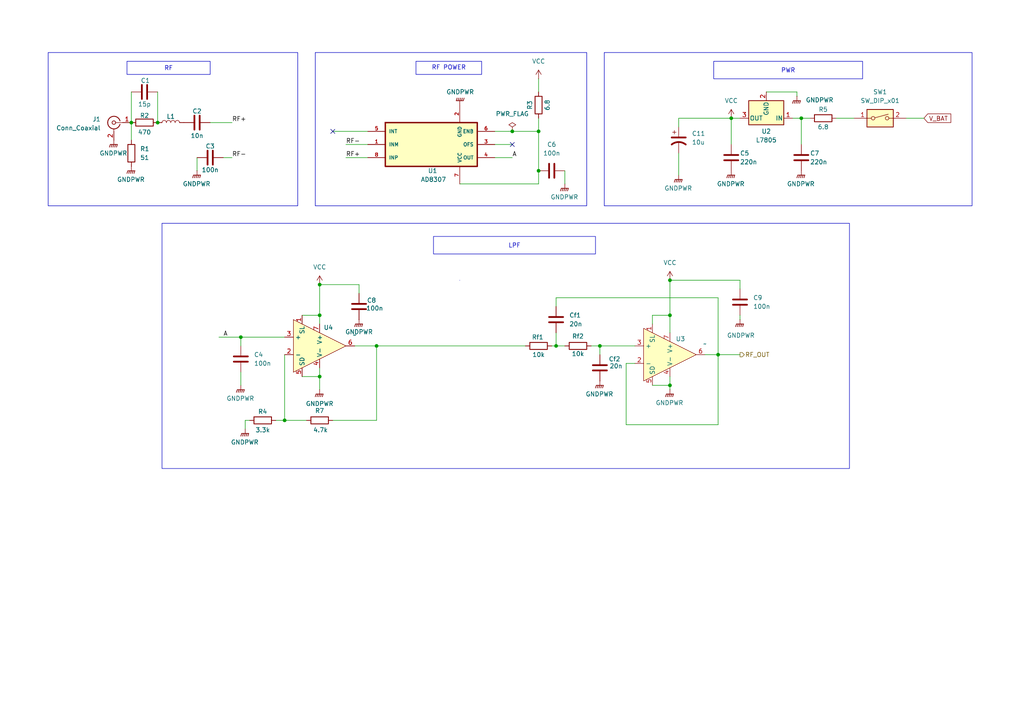
<source format=kicad_sch>
(kicad_sch (version 20231120) (generator "eeschema") (generator_version "8.0")
  (paper "A4")
  (lib_symbols
    (symbol "AD8307:AD8307" (pin_names (offset 1.016))
      (property "Reference" "U1" (at 0.254 16.51 0))
      (property "Value" "AD8307" (at 0 19.05 0))
      (symbol "AD8307_0_0"
        (rectangle (start -12.7 15.24) (end 13.97 2.54) (stroke (width 0.41)) (fill (type background)))
      )
      (symbol "AD8307_1_0"
        (pin input line (at 19.05 8.89 180) (length 5.08) (name "INM") (number "1"))
        (pin power_in line (at -7.62 -2.54 90) (length 5.08) (name "GND") (number "2"))
        (pin input line (at -17.78 8.89 0) (length 5.08) (name "OFS") (number "3"))
        (pin output line (at -17.78 12.7 0) (length 5.08) (name "OUT") (number "4"))
        (pin input line (at 19.05 5.08 180) (length 5.08) (name "INT") (number "5"))
        (pin input line (at -17.78 5.08 0) (length 5.08) (name "ENB") (number "6"))
        (pin power_in line (at -7.62 20.32 270) (length 5.08) (name "VCC") (number "7"))
        (pin input line (at 19.05 12.7 180) (length 5.08) (name "INP") (number "8"))
      )
    )
    (symbol "Connector:Conn_Coaxial" (pin_names (offset 1.016) hide)
      (property "Reference" "J" (at 0.254 3.048 0))
      (property "Value" "Conn_Coaxial" (at 2.921 0 90))
      (symbol "Conn_Coaxial_0_1"
        (arc (start -1.778 -0.508) (mid 0.2311 -1.8066) (end 1.778 0) (stroke (width 0.254)))
        (polyline (pts (xy -2.54 0) (xy -0.508 0)))
        (polyline (pts (xy 0 -2.54) (xy 0 -1.778)))
        (circle (center 0 0) (radius 0.508) (stroke (width 0.2032)))
        (arc (start 1.778 0) (mid 0.2099 1.8101) (end -1.778 0.508) (stroke (width 0.254)))
      )
      (symbol "Conn_Coaxial_1_1"
        (pin passive line (at -5.08 0 0) (length 2.54) (name "In") (number "1"))
        (pin passive line (at 0 -5.08 90) (length 2.54) (name "Ext") (number "2"))
      )
    )
    (symbol "Device:C" (pin_numbers hide) (pin_names (offset 0.254))
      (property "Reference" "C" (at 0.635 2.54 0))
      (property "Value" "C" (at 0.635 -2.54 0))
      (symbol "C_0_1"
        (polyline (pts (xy -2.032 -0.762) (xy 2.032 -0.762)) (stroke (width 0.508)))
        (polyline (pts (xy -2.032 0.762) (xy 2.032 0.762)) (stroke (width 0.508)))
      )
      (symbol "C_1_1"
        (pin passive line (at 0 3.81 270) (length 2.794) (name "~") (number "1"))
        (pin passive line (at 0 -3.81 90) (length 2.794) (name "~") (number "2"))
      )
    )
    (symbol "Device:C_Polarized_US" (pin_numbers hide) (pin_names (offset 0.254) hide)
      (property "Reference" "C" (at 0.635 2.54 0))
      (property "Value" "C_Polarized_US" (at 0.635 -2.54 0))
      (symbol "C_Polarized_US_0_1"
        (polyline (pts (xy -2.032 0.762) (xy 2.032 0.762)) (stroke (width 0.508)))
        (polyline (pts (xy -1.778 2.286) (xy -0.762 2.286)))
        (polyline (pts (xy -1.27 1.778) (xy -1.27 2.794)))
        (arc (start 2.032 -1.27) (mid 0 -0.5572) (end -2.032 -1.27) (stroke (width 0.508)))
      )
      (symbol "C_Polarized_US_1_1"
        (pin passive line (at 0 3.81 270) (length 2.794) (name "~") (number "1"))
        (pin passive line (at 0 -3.81 90) (length 3.302) (name "~") (number "2"))
      )
    )
    (symbol "Device:L" (pin_numbers hide) (pin_names (offset 1.016) hide)
      (property "Reference" "L" (at -1.27 0 90))
      (property "Value" "L" (at 1.905 0 90))
      (symbol "L_0_1"
        (arc (start 0 -2.54) (mid 0.6323 -1.905) (end 0 -1.27))
        (arc (start 0 -1.27) (mid 0.6323 -0.635) (end 0 0))
        (arc (start 0 0) (mid 0.6323 0.635) (end 0 1.27))
        (arc (start 0 1.27) (mid 0.6323 1.905) (end 0 2.54))
      )
      (symbol "L_1_1"
        (pin passive line (at 0 3.81 270) (length 1.27) (name "1") (number "1"))
        (pin passive line (at 0 -3.81 90) (length 1.27) (name "2") (number "2"))
      )
    )
    (symbol "Device:R" (pin_numbers hide) (pin_names (offset 0))
      (property "Reference" "R" (at 2.032 0 90))
      (property "Value" "R" (at 0 0 90))
      (symbol "R_0_1"
        (rectangle (start -1.016 -2.54) (end 1.016 2.54) (stroke (width 0.254)))
      )
      (symbol "R_1_1"
        (pin passive line (at 0 3.81 270) (length 1.27) (name "~") (number "1"))
        (pin passive line (at 0 -3.81 90) (length 1.27) (name "~") (number "2"))
      )
    )
    (symbol "LMC8101:LMC8101"
      (property "Reference" "U" (at -2.794 -7.62 0))
      (symbol "LMC8101_1_1"
        (polyline (pts (xy 0 0) (xy 0 -15.24) (xy 15.24 -7.62) (xy 0 0)) (fill (type background)))
        (pin bidirectional line (at 2.54 1.27 270) (length 2.54) (name "SL") (number "1"))
        (pin input line (at -2.54 -10.16 0) (length 2.54) (name "-") (number "2"))
        (pin input line (at -2.54 -5.08 0) (length 2.54) (name "+") (number "3"))
        (pin power_in line (at 7.62 -13.97 90) (length 2.54) (name "V-") (number "4"))
        (pin bidirectional line (at 2.54 -16.51 90) (length 2.54) (name "SD") (number "5"))
        (pin output line (at 17.78 -7.62 180) (length 2.54) (name "") (number "6"))
        (pin power_in line (at 7.62 -1.27 270) (length 2.54) (name "V+") (number "7"))
      )
    )
    (symbol "LMC8101_1"
      (property "Reference" "U" (at -2.794 -7.62 0))
      (symbol "LMC8101_1_1_1"
        (polyline (pts (xy 0 0) (xy 0 -15.24) (xy 15.24 -7.62) (xy 0 0)) (fill (type background)))
        (pin bidirectional line (at 2.54 1.27 270) (length 2.54) (name "SL") (number "1"))
        (pin input line (at -2.54 -10.16 0) (length 2.54) (name "-") (number "2"))
        (pin input line (at -2.54 -5.08 0) (length 2.54) (name "+") (number "3"))
        (pin power_in line (at 7.62 -13.97 90) (length 2.54) (name "V-") (number "4"))
        (pin bidirectional line (at 2.54 -16.51 90) (length 2.54) (name "SD") (number "5"))
        (pin output line (at 17.78 -7.62 180) (length 2.54) (name "") (number "6"))
        (pin power_in line (at 7.62 -1.27 270) (length 2.54) (name "V+") (number "7"))
      )
    )
    (symbol "Regulator_Linear:L7805" (pin_names (offset 0.254))
      (property "Reference" "U" (at -3.81 3.175 0))
      (property "Value" "L7805" (at 0 3.175 0))
      (symbol "L7805_0_1"
        (rectangle (start -5.08 1.905) (end 5.08 -5.08) (stroke (width 0.254)) (fill (type background)))
      )
      (symbol "L7805_1_1"
        (pin power_in line (at -7.62 0 0) (length 2.54) (name "IN") (number "1"))
        (pin power_in line (at 0 -7.62 90) (length 2.54) (name "GND") (number "2"))
        (pin power_out line (at 7.62 0 180) (length 2.54) (name "OUT") (number "3"))
      )
    )
    (symbol "Switch:SW_DIP_x01" (pin_names (offset 0) hide)
      (property "Reference" "SW" (at 0 3.81 0))
      (property "Value" "SW_DIP_x01" (at 0 -3.81 0))
      (symbol "SW_DIP_x01_0_0"
        (circle (center -2.032 0) (radius 0.508))
        (polyline (pts (xy -1.524 0.127) (xy 2.3622 1.1684)))
        (circle (center 2.032 0) (radius 0.508))
      )
      (symbol "SW_DIP_x01_0_1"
        (rectangle (start -3.81 2.54) (end 3.81 -2.54) (stroke (width 0.254)) (fill (type background)))
      )
      (symbol "SW_DIP_x01_1_1"
        (pin passive line (at -7.62 0 0) (length 5.08) (name "~") (number "1"))
        (pin passive line (at 7.62 0 180) (length 5.08) (name "~") (number "2"))
      )
    )
    (symbol "power:GNDPWR" (power) (pin_numbers hide) (pin_names (offset 0) hide)
      (property "Value" "GNDPWR" (at 0 -3.302 0))
      (symbol "GNDPWR_0_1"
        (polyline (pts (xy 0 -1.27) (xy 0 0)))
        (polyline (pts (xy -1.016 -1.27) (xy -1.27 -2.032) (xy -1.27 -2.032)) (stroke (width 0.2032)))
        (polyline (pts (xy -0.508 -1.27) (xy -0.762 -2.032) (xy -0.762 -2.032)) (stroke (width 0.2032)))
        (polyline (pts (xy 0 -1.27) (xy -0.254 -2.032) (xy -0.254 -2.032)) (stroke (width 0.2032)))
        (polyline (pts (xy 0.508 -1.27) (xy 0.254 -2.032) (xy 0.254 -2.032)) (stroke (width 0.2032)))
        (polyline (pts (xy 1.016 -1.27) (xy -1.016 -1.27) (xy -1.016 -1.27)) (stroke (width 0.2032)))
        (polyline (pts (xy 1.016 -1.27) (xy 0.762 -2.032) (xy 0.762 -2.032) (xy 0.762 -2.032)) (stroke (width 0.2032)))
      )
      (symbol "GNDPWR_1_1"
        (pin power_in line (at 0 0 270) (length 0) (name "~") (number "1"))
      )
    )
    (symbol "power:PWR_FLAG" (power) (pin_numbers hide) (pin_names (offset 0) hide)
      (property "Value" "PWR_FLAG" (at 0 3.81 0))
      (symbol "PWR_FLAG_0_0"
        (pin power_out line (at 0 0 90) (length 0) (name "~") (number "1"))
      )
      (symbol "PWR_FLAG_0_1"
        (polyline (pts (xy 0 0) (xy 0 1.27) (xy -1.016 1.905) (xy 0 2.54) (xy 1.016 1.905) (xy 0 1.27)))
      )
    )
    (symbol "power:VCC" (power) (pin_numbers hide) (pin_names (offset 0) hide)
      (property "Value" "VCC" (at 0 3.556 0))
      (symbol "VCC_0_1"
        (polyline (pts (xy -0.762 1.27) (xy 0 2.54)))
        (polyline (pts (xy 0 0) (xy 0 2.54)))
        (polyline (pts (xy 0 2.54) (xy 0.762 1.27)))
      )
      (symbol "VCC_1_1"
        (pin power_in line (at 0 0 90) (length 0) (name "~") (number "1"))
      )
    )
  )
  (junction (at 212.09 34.29))
  (junction (at 156.21 38.1))
  (junction (at 109.22 100.33))
  (junction (at 194.31 91.44))
  (junction (at 82.55 121.92))
  (junction (at 156.21 49.53))
  (junction (at 173.99 100.33))
  (junction (at 38.1 35.56))
  (junction (at 208.28 102.87))
  (junction (at 148.59 38.1))
  (junction (at 232.41 34.29))
  (junction (at 92.71 91.44))
  (junction (at 69.85 97.79))
  (junction (at 161.29 100.33))
  (junction (at 92.71 109.22))
  (junction (at 45.72 35.56))
  (junction (at 194.31 81.28))
  (junction (at 92.71 82.55))
  (junction (at 194.31 111.76))
  (no_connect (at 148.59 41.91))
  (no_connect (at 96.52 38.1))
  (wire (pts (xy 92.71 82.55) (xy 104.14 82.55)))
  (wire (pts (xy 212.09 34.29) (xy 212.09 41.91)))
  (wire (pts (xy 262.89 34.29) (xy 267.97 34.29)))
  (wire (pts (xy 156.21 22.86) (xy 156.21 26.67)))
  (wire (pts (xy 194.31 81.28) (xy 194.31 91.44)))
  (wire (pts (xy 189.23 93.98) (xy 189.23 91.44)))
  (wire (pts (xy 214.63 81.28) (xy 214.63 83.82)))
  (wire (pts (xy 231.14 26.67) (xy 231.14 27.94)))
  (wire (pts (xy 71.12 121.92) (xy 71.12 124.46)))
  (wire (pts (xy 156.21 34.29) (xy 156.21 38.1)))
  (wire (pts (xy 82.55 102.87) (xy 82.55 121.92)))
  (wire (pts (xy 208.28 102.87) (xy 214.63 102.87)))
  (wire (pts (xy 212.09 34.29) (xy 214.63 34.29)))
  (wire (pts (xy 38.1 26.67) (xy 38.1 35.56)))
  (wire (pts (xy 163.83 49.53) (xy 163.83 53.34)))
  (wire (pts (xy 69.85 97.79) (xy 82.55 97.79)))
  (wire (pts (xy 57.15 45.72) (xy 57.15 49.53)))
  (wire (pts (xy 173.99 100.33) (xy 173.99 102.87)))
  (wire (pts (xy 189.23 111.76) (xy 194.31 111.76)))
  (wire (pts (xy 102.87 100.33) (xy 109.22 100.33)))
  (wire (pts (xy 100.33 41.91) (xy 106.68 41.91)))
  (wire (pts (xy 181.61 105.41) (xy 184.15 105.41)))
  (wire (pts (xy 72.39 121.92) (xy 71.12 121.92)))
  (wire (pts (xy 133.35 53.34) (xy 156.21 53.34)))
  (wire (pts (xy 194.31 109.22) (xy 194.31 111.76)))
  (wire (pts (xy 161.29 86.36) (xy 208.28 86.36)))
  (wire (pts (xy 161.29 96.52) (xy 161.29 100.33)))
  (wire (pts (xy 181.61 123.19) (xy 208.28 123.19)))
  (wire (pts (xy 96.52 38.1) (xy 106.68 38.1)))
  (wire (pts (xy 143.51 45.72) (xy 148.59 45.72)))
  (wire (pts (xy 148.59 38.1) (xy 156.21 38.1)))
  (wire (pts (xy 92.71 106.68) (xy 92.71 109.22)))
  (wire (pts (xy 222.25 26.67) (xy 231.14 26.67)))
  (wire (pts (xy 87.63 91.44) (xy 92.71 91.44)))
  (wire (pts (xy 109.22 100.33) (xy 109.22 121.92)))
  (wire (pts (xy 171.45 100.33) (xy 173.99 100.33)))
  (wire (pts (xy 196.85 34.29) (xy 196.85 36.83)))
  (wire (pts (xy 92.71 82.55) (xy 92.71 91.44)))
  (wire (pts (xy 109.22 100.33) (xy 152.4 100.33)))
  (wire (pts (xy 181.61 123.19) (xy 181.61 105.41)))
  (wire (pts (xy 160.02 100.33) (xy 161.29 100.33)))
  (wire (pts (xy 82.55 121.92) (xy 88.9 121.92)))
  (wire (pts (xy 196.85 44.45) (xy 196.85 50.8)))
  (wire (pts (xy 45.72 26.67) (xy 45.72 35.56)))
  (wire (pts (xy 96.52 121.92) (xy 109.22 121.92)))
  (wire (pts (xy 63.5 97.79) (xy 69.85 97.79)))
  (wire (pts (xy 92.71 91.44) (xy 92.71 93.98)))
  (wire (pts (xy 100.33 45.72) (xy 106.68 45.72)))
  (wire (pts (xy 143.51 41.91) (xy 148.59 41.91)))
  (wire (pts (xy 161.29 88.9) (xy 161.29 86.36)))
  (wire (pts (xy 60.96 35.56) (xy 67.31 35.56)))
  (wire (pts (xy 194.31 111.76) (xy 194.31 113.03)))
  (wire (pts (xy 242.57 34.29) (xy 247.65 34.29)))
  (wire (pts (xy 38.1 35.56) (xy 38.1 40.64)))
  (wire (pts (xy 208.28 86.36) (xy 208.28 102.87)))
  (wire (pts (xy 173.99 100.33) (xy 184.15 100.33)))
  (wire (pts (xy 212.09 34.29) (xy 196.85 34.29)))
  (wire (pts (xy 104.14 82.55) (xy 104.14 85.09)))
  (wire (pts (xy 161.29 100.33) (xy 163.83 100.33)))
  (wire (pts (xy 232.41 34.29) (xy 232.41 41.91)))
  (wire (pts (xy 67.31 45.72) (xy 64.77 45.72)))
  (wire (pts (xy 229.87 34.29) (xy 232.41 34.29)))
  (wire (pts (xy 143.51 38.1) (xy 148.59 38.1)))
  (wire (pts (xy 194.31 91.44) (xy 194.31 96.52)))
  (wire (pts (xy 87.63 109.22) (xy 92.71 109.22)))
  (wire (pts (xy 214.63 91.44) (xy 214.63 92.71)))
  (wire (pts (xy 194.31 81.28) (xy 214.63 81.28)))
  (wire (pts (xy 69.85 107.95) (xy 69.85 111.76)))
  (wire (pts (xy 156.21 49.53) (xy 156.21 53.34)))
  (wire (pts (xy 80.01 121.92) (xy 82.55 121.92)))
  (wire (pts (xy 208.28 102.87) (xy 208.28 123.19)))
  (wire (pts (xy 232.41 34.29) (xy 234.95 34.29)))
  (wire (pts (xy 92.71 109.22) (xy 92.71 113.03)))
  (wire (pts (xy 204.47 102.87) (xy 208.28 102.87)))
  (wire (pts (xy 156.21 38.1) (xy 156.21 49.53)))
  (wire (pts (xy 189.23 91.44) (xy 194.31 91.44)))
  (wire (pts (xy 69.85 97.79) (xy 69.85 100.33)))
  (rectangle (start 91.44 15.24) (end 170.18 59.69))
  (rectangle (start 175.26 15.24) (end 281.94 59.69))
  (rectangle (start 46.99 64.77) (end 246.38 135.89))
  (rectangle (start 13.97 15.24) (end 86.36 59.69))
  (text_box "RF" (at 36.83 17.78 0) (size 24.13 3.81) (effects (font (size 1.27 1.27))))
  (text_box "" (at 133.35 81.28 0) (size 0 0) (effects (font (size 1.27 1.27))))
  (text_box "PWR\n" (at 207.01 17.78 0) (size 43.18 5.08) (effects (font (size 1.27 1.27))))
  (text_box "RF POWER" (at 120.65 17.78 0) (size 19.05 3.81) (effects (font (size 1.27 1.27)) (justify top)))
  (text_box "LPF\n" (at 125.73 68.58 0) (size 46.99 5.08) (effects (font (size 1.27 1.27))))
  (label "A" (at 64.77 97.79 0))
  (label "RF+" (at 67.31 35.56 0))
  (label "RF+" (at 100.33 45.72 0))
  (label "A" (at 148.59 45.72 0))
  (label "RF-" (at 67.31 45.72 0))
  (label "RF-" (at 100.33 41.91 0))
  (global_label "V_BAT" (shape input) (at 267.97 34.29 0) (property "Intersheetrefs" "${INTERSHEET_REFS}" (effects (hide yes))))
  (hierarchical_label "RF_OUT" (shape output) (at 214.63 102.87 0))
  (symbol (lib_id "power:GNDPWR") (at 212.09 49.53 0) (unit 1)
    (property "Reference" "#PWR06" (effects (hide yes)))
    (property "Value" "GNDPWR" (at 211.963 53.34 0))
    (property "Description" "Power symbol creates a global label with name \"GNDPWR\" , global ground" (effects (hide yes)))
  )
  (symbol (lib_id "power:VCC") (at 156.21 22.86 0) (unit 1)
    (property "Reference" "#PWR05" (effects (hide yes)))
    (property "Value" "VCC" (at 156.21 17.78 0))
    (property "Description" "Power symbol creates a global label with name \"VCC\"" (effects (hide yes)))
  )
  (symbol (lib_id "power:GNDPWR") (at 194.31 113.03 0) (unit 1)
    (property "Reference" "#PWR022" (effects (hide yes)))
    (property "Value" "GNDPWR" (at 194.183 116.84 0))
    (property "Description" "Power symbol creates a global label with name \"GNDPWR\" , global ground" (effects (hide yes)))
  )
  (symbol (lib_id "Device:C") (at 232.41 45.72 0) (unit 1)
    (property "Reference" "C7" (at 234.95 44.45 0) (effects (justify left)))
    (property "Value" "220n" (at 234.95 46.99 0) (effects (justify left)))
    (property "Footprint" "Capacitor_SMD:C_1206_3216Metric_Pad1.33x1.80mm_HandSolder" (effects (hide yes)))
    (property "Description" "Unpolarized capacitor" (effects (hide yes)))
  )
  (symbol (lib_id "Switch:SW_DIP_x01") (at 255.27 34.29 0) (unit 1)
    (property "Reference" "SW1" (at 255.27 26.67 0))
    (property "Value" "SW_DIP_x01" (at 255.27 29.21 0))
    (property "Footprint" "Connector_PinSocket_2.54mm:PinSocket_1x02_P2.54mm_Vertical" (effects (hide yes)))
    (property "Description" "1x DIP Switch, Single Pole Single Throw (SPST) switch, small symbol" (effects (hide yes)))
  )
  (symbol (lib_id "Device:C") (at 173.99 106.68 0) (unit 1)
    (property "Reference" "Cf2" (at 176.53 104.14 0) (effects (justify left)))
    (property "Value" "20n" (at 176.784 106.172 0) (effects (justify left)))
    (property "Footprint" "Capacitor_SMD:C_1206_3216Metric_Pad1.33x1.80mm_HandSolder" (effects (hide yes)))
    (property "Description" "Unpolarized capacitor" (effects (hide yes)))
  )
  (symbol (lib_id "Device:C") (at 60.96 45.72 90) (unit 1)
    (property "Reference" "C3" (at 60.96 42.418 90))
    (property "Value" "100n" (at 60.96 49.276 90))
    (property "Footprint" "Capacitor_SMD:C_1206_3216Metric_Pad1.33x1.80mm_HandSolder" (effects (hide yes)))
    (property "Description" "Unpolarized capacitor" (effects (hide yes)))
  )
  (symbol (lib_id "Device:R") (at 238.76 34.29 90) (unit 1)
    (property "Reference" "R5" (at 238.76 31.75 90))
    (property "Value" "6.8" (at 238.76 36.83 90))
    (property "Footprint" "Resistor_SMD:R_1206_3216Metric_Pad1.30x1.75mm_HandSolder" (effects (hide yes)))
    (property "Description" "Resistor" (effects (hide yes)))
  )
  (symbol (lib_id "power:VCC") (at 194.31 81.28 0) (unit 1)
    (property "Reference" "#PWR021" (effects (hide yes)))
    (property "Value" "VCC" (at 194.31 76.2 0))
    (property "Description" "Power symbol creates a global label with name \"VCC\"" (effects (hide yes)))
  )
  (symbol (lib_id "LMC8101:LMC8101") (at 85.09 92.71 0) (unit 1)
    (property "Reference" "U4" (at 95.25 94.996 0))
    (property "Value" "~" (at 102.87 97.1865 0))
    (property "Footprint" "Package_SO:MSOP-8_3x3mm_P0.65mm" (effects (hide yes)))
  )
  (symbol (lib_id "power:GNDPWR") (at 196.85 50.8 0) (unit 1)
    (property "Reference" "#PWR012" (effects (hide yes)))
    (property "Value" "GNDPWR" (at 196.723 54.61 0))
    (property "Description" "Power symbol creates a global label with name \"GNDPWR\" , global ground" (effects (hide yes)))
  )
  (symbol (lib_id "Device:C") (at 57.15 35.56 90) (unit 1)
    (property "Reference" "C2" (at 57.15 32.258 90))
    (property "Value" "10n" (at 57.15 39.37 90))
    (property "Footprint" "Capacitor_SMD:C_1206_3216Metric_Pad1.33x1.80mm_HandSolder" (effects (hide yes)))
    (property "Description" "Unpolarized capacitor" (effects (hide yes)))
  )
  (symbol (lib_id "power:VCC") (at 212.09 34.29 0) (unit 1)
    (property "Reference" "#PWR018" (effects (hide yes)))
    (property "Value" "VCC" (at 212.09 29.21 0))
    (property "Description" "Power symbol creates a global label with name \"VCC\"" (effects (hide yes)))
  )
  (symbol (lib_id "Connector:Conn_Coaxial") (at 33.02 35.56 0) (mirror y) (unit 1)
    (property "Reference" "J1" (at 29.21 34.5831 0) (effects (justify left)))
    (property "Value" "Conn_Coaxial" (at 29.21 37.1231 0) (effects (justify left)))
    (property "Footprint" "Connector_Coaxial:SMA_Amphenol_901-143_Horizontal" (effects (hide yes)))
    (property "Description" "coaxial connector (BNC, SMA, SMB, SMC, Cinch/RCA, LEMO, ...)" (effects (hide yes)))
  )
  (symbol (lib_id "Device:C") (at 161.29 92.71 0) (unit 1)
    (property "Reference" "Cf1" (at 165.1 91.4399 0) (effects (justify left)))
    (property "Value" "20n" (at 165.1 93.9799 0) (effects (justify left)))
    (property "Footprint" "Capacitor_SMD:C_1206_3216Metric_Pad1.33x1.80mm_HandSolder" (effects (hide yes)))
    (property "Description" "Unpolarized capacitor" (effects (hide yes)))
  )
  (symbol (lib_id "power:GNDPWR") (at 104.14 92.71 0) (unit 1)
    (property "Reference" "#PWR014" (effects (hide yes)))
    (property "Value" "GNDPWR" (at 104.14 96.266 0))
    (property "Description" "Power symbol creates a global label with name \"GNDPWR\" , global ground" (effects (hide yes)))
  )
  (symbol (lib_id "Device:R") (at 92.71 121.92 270) (unit 1)
    (property "Reference" "R7" (at 92.71 119.126 90))
    (property "Value" "4.7k" (at 92.964 124.714 90))
    (property "Footprint" "Resistor_SMD:R_1206_3216Metric_Pad1.30x1.75mm_HandSolder" (effects (hide yes)))
    (property "Description" "Resistor" (effects (hide yes)))
  )
  (symbol (lib_id "Device:C") (at 212.09 45.72 0) (unit 1)
    (property "Reference" "C5" (at 214.63 44.45 0) (effects (justify left)))
    (property "Value" "220n" (at 214.63 46.99 0) (effects (justify left)))
    (property "Footprint" "Capacitor_SMD:C_1206_3216Metric_Pad1.33x1.80mm_HandSolder" (effects (hide yes)))
    (property "Description" "Unpolarized capacitor" (effects (hide yes)))
  )
  (symbol (lib_id "Device:R") (at 167.64 100.33 90) (unit 1)
    (property "Reference" "Rf2" (at 167.64 97.536 90))
    (property "Value" "10k" (at 167.64 102.616 90))
    (property "Footprint" "Resistor_SMD:R_1206_3216Metric_Pad1.30x1.75mm_HandSolder" (effects (hide yes)))
    (property "Description" "Resistor" (effects (hide yes)))
  )
  (symbol (lib_id "Device:C_Polarized_US") (at 196.85 40.64 0) (unit 1)
    (property "Reference" "C11" (at 200.66 38.7349 0) (effects (justify left)))
    (property "Value" "10u" (at 200.66 41.2749 0) (effects (justify left)))
    (property "Footprint" "Capacitor_SMD:CP_Elec_6.3x5.3" (effects (hide yes)))
    (property "Description" "Polarized capacitor, US symbol" (effects (hide yes)))
  )
  (symbol (lib_id "Regulator_Linear:L7805") (at 222.25 34.29 180) (unit 1)
    (property "Reference" "U2" (at 222.25 38.1 0))
    (property "Value" "L7805" (at 222.25 40.64 0))
    (property "Footprint" "Package_TO_SOT_SMD:SOT-89-3_Handsoldering" (effects (hide yes)))
    (property "Datasheet" "http://www.st.com/content/ccc/resource/technical/document/datasheet/41/4f/b3/b0/12/d4/47/88/CD00000444.pdf/files/CD00000444.pdf/jcr:content/translations/en.CD00000444.pdf" (effects (hide yes)))
    (property "Description" "Positive 1.5A 35V Linear Regulator, Fixed Output 5V, TO-220/TO-263/TO-252" (effects (hide yes)))
  )
  (symbol (lib_id "power:GNDPWR") (at 69.85 111.76 0) (unit 1)
    (property "Reference" "#PWR024" (effects (hide yes)))
    (property "Value" "GNDPWR" (at 69.723 115.57 0))
    (property "Description" "Power symbol creates a global label with name \"GNDPWR\" , global ground" (effects (hide yes)))
  )
  (symbol (lib_id "power:GNDPWR") (at 214.63 92.71 0) (unit 1)
    (property "Reference" "#PWR023" (effects (hide yes)))
    (property "Value" "GNDPWR" (at 214.884 97.282 0))
    (property "Description" "Power symbol creates a global label with name \"GNDPWR\" , global ground" (effects (hide yes)))
  )
  (symbol (lib_id "AD8307:AD8307") (at 125.73 33.02 180) (unit 1)
    (property "Reference" "U1" (at 125.476 49.53 0))
    (property "Value" "AD8307" (at 125.73 52.07 0))
    (property "Footprint" "AD8307:SOIC127P600X175-8N" (effects (hide yes)))
    (property "MF" "Analog Devices" (effects (hide yes)))
    (property "Description_1" "\nLogarithmic Amplifier IC Receiver Signal Strength Indication (RSSI) 8-SOIC\n" (effects (hide yes)))
    (property "Package" "SOIC-8 Analog Devices" (effects (hide yes)))
    (property "Price" "None" (effects (hide yes)))
    (property "SnapEDA_Link" "https://www.snapeda.com/parts/AD8307/Analog+Devices/view-part/?ref=snap" (effects (hide yes)))
    (property "MP" "AD8307" (effects (hide yes)))
    (property "Purchase-URL" "https://www.snapeda.com/api/url_track_click_mouser/?unipart_id=559688&manufacturer=Analog Devices&part_name=AD8307&search_term=None" (effects (hide yes)))
    (property "Availability" "In Stock" (effects (hide yes)))
    (property "Check_prices" "https://www.snapeda.com/parts/AD8307/Analog+Devices/view-part/?ref=eda" (effects (hide yes)))
  )
  (symbol (lib_id "power:GNDPWR") (at 71.12 124.46 0) (unit 1)
    (property "Reference" "#PWR09" (effects (hide yes)))
    (property "Value" "GNDPWR" (at 70.993 128.27 0))
    (property "Description" "Power symbol creates a global label with name \"GNDPWR\" , global ground" (effects (hide yes)))
  )
  (symbol (lib_id "power:GNDPWR") (at 38.1 48.26 0) (unit 1)
    (property "Reference" "#PWR02" (effects (hide yes)))
    (property "Value" "GNDPWR" (at 37.973 52.07 0))
    (property "Description" "Power symbol creates a global label with name \"GNDPWR\" , global ground" (effects (hide yes)))
  )
  (symbol (lib_id "power:GNDPWR") (at 33.02 40.64 0) (unit 1)
    (property "Reference" "#PWR01" (effects (hide yes)))
    (property "Value" "GNDPWR" (at 32.893 44.45 0))
    (property "Description" "Power symbol creates a global label with name \"GNDPWR\" , global ground" (effects (hide yes)))
  )
  (symbol (lib_id "power:GNDPWR") (at 173.99 110.49 0) (unit 1)
    (property "Reference" "#PWR019" (effects (hide yes)))
    (property "Value" "GNDPWR" (at 173.863 114.3 0))
    (property "Description" "Power symbol creates a global label with name \"GNDPWR\" , global ground" (effects (hide yes)))
  )
  (symbol (lib_id "Device:L") (at 49.53 35.56 90) (unit 1)
    (property "Reference" "L1" (at 49.53 33.782 90))
    (property "Value" "L" (effects (hide yes)))
    (property "Footprint" "Inductor_SMD:L_1206_3216Metric_Pad1.42x1.75mm_HandSolder" (effects (hide yes)))
    (property "Description" "Inductor" (effects (hide yes)))
  )
  (symbol (lib_id "power:GNDPWR") (at 57.15 49.53 0) (unit 1)
    (property "Reference" "#PWR03" (effects (hide yes)))
    (property "Value" "GNDPWR" (at 57.023 53.34 0))
    (property "Description" "Power symbol creates a global label with name \"GNDPWR\" , global ground" (effects (hide yes)))
  )
  (symbol (lib_id "Device:C") (at 104.14 88.9 0) (unit 1)
    (property "Reference" "C8" (at 106.426 87.122 0) (effects (justify left)))
    (property "Value" "100n" (at 106.172 89.408 0) (effects (justify left)))
    (property "Footprint" "Capacitor_SMD:C_1206_3216Metric_Pad1.33x1.80mm_HandSolder" (effects (hide yes)))
    (property "Description" "Unpolarized capacitor" (effects (hide yes)))
  )
  (symbol (lib_id "Device:C") (at 160.02 49.53 90) (unit 1)
    (property "Reference" "C6" (at 160.02 41.91 90))
    (property "Value" "100n" (at 160.02 44.45 90))
    (property "Footprint" "Capacitor_SMD:C_1206_3216Metric_Pad1.33x1.80mm_HandSolder" (effects (hide yes)))
    (property "Description" "Unpolarized capacitor" (effects (hide yes)))
  )
  (symbol (lib_id "power:GNDPWR") (at 92.71 113.03 0) (unit 1)
    (property "Reference" "#PWR013" (effects (hide yes)))
    (property "Value" "GNDPWR" (at 92.71 117.094 0))
    (property "Description" "Power symbol creates a global label with name \"GNDPWR\" , global ground" (effects (hide yes)))
  )
  (symbol (lib_id "Device:R") (at 76.2 121.92 90) (unit 1)
    (property "Reference" "R4" (at 76.2 119.38 90))
    (property "Value" "3.3k" (at 76.2 124.714 90))
    (property "Footprint" "Resistor_SMD:R_1206_3216Metric_Pad1.30x1.75mm_HandSolder" (effects (hide yes)))
    (property "Description" "Resistor" (effects (hide yes)))
  )
  (symbol (lib_id "power:GNDPWR") (at 133.35 30.48 180) (unit 1)
    (property "Reference" "#PWR04" (effects (hide yes)))
    (property "Value" "GNDPWR" (at 133.477 26.67 0))
    (property "Description" "Power symbol creates a global label with name \"GNDPWR\" , global ground" (effects (hide yes)))
  )
  (symbol (lib_id "power:VCC") (at 92.71 82.55 0) (unit 1)
    (property "Reference" "#PWR020" (effects (hide yes)))
    (property "Value" "VCC" (at 92.71 77.47 0))
    (property "Description" "Power symbol creates a global label with name \"VCC\"" (effects (hide yes)))
  )
  (symbol (lib_id "power:PWR_FLAG") (at 148.59 38.1 0) (unit 1)
    (property "Reference" "#FLG01" (effects (hide yes)))
    (property "Value" "PWR_FLAG" (at 148.59 33.02 0))
    (property "Description" "Special symbol for telling ERC where power comes from" (effects (hide yes)))
  )
  (symbol (lib_id "Device:R") (at 156.21 30.48 180) (unit 1)
    (property "Reference" "R3" (at 153.67 30.48 90))
    (property "Value" "6.8" (at 158.75 30.48 90))
    (property "Footprint" "Resistor_SMD:R_1206_3216Metric_Pad1.30x1.75mm_HandSolder" (effects (hide yes)))
    (property "Description" "Resistor" (effects (hide yes)))
  )
  (symbol (lib_id "Device:R") (at 41.91 35.56 90) (unit 1)
    (property "Reference" "R2" (at 41.91 33.528 90))
    (property "Value" "470" (at 41.91 38.354 90))
    (property "Footprint" "Resistor_SMD:R_1206_3216Metric_Pad1.30x1.75mm_HandSolder" (effects (hide yes)))
    (property "Description" "Resistor" (effects (hide yes)))
  )
  (symbol (lib_id "Device:C") (at 214.63 87.63 0) (unit 1)
    (property "Reference" "C9" (at 218.44 86.3599 0) (effects (justify left)))
    (property "Value" "100n" (at 218.44 88.8999 0) (effects (justify left)))
    (property "Footprint" "Capacitor_SMD:C_1206_3216Metric_Pad1.33x1.80mm_HandSolder" (effects (hide yes)))
    (property "Description" "Unpolarized capacitor" (effects (hide yes)))
  )
  (symbol (lib_id "power:GNDPWR") (at 163.83 53.34 0) (unit 1)
    (property "Reference" "#PWR08" (effects (hide yes)))
    (property "Value" "GNDPWR" (at 163.703 57.15 0))
    (property "Description" "Power symbol creates a global label with name \"GNDPWR\" , global ground" (effects (hide yes)))
  )
  (symbol (lib_name "LMC8101_1") (lib_id "LMC8101:LMC8101") (at 186.69 95.25 0) (unit 1)
    (property "Reference" "U3" (at 197.358 98.298 0))
    (property "Value" "~" (at 204.47 99.7265 0))
    (property "Footprint" "Package_SO:MSOP-8_3x3mm_P0.65mm" (effects (hide yes)))
  )
  (symbol (lib_id "power:GNDPWR") (at 231.14 27.94 0) (unit 1)
    (property "Reference" "#PWR07" (effects (hide yes)))
    (property "Value" "GNDPWR" (at 233.68 29.0067 0) (effects (justify left)))
    (property "Description" "Power symbol creates a global label with name \"GNDPWR\" , global ground" (effects (hide yes)))
  )
  (symbol (lib_id "power:GNDPWR") (at 232.41 49.53 0) (unit 1)
    (property "Reference" "#PWR010" (effects (hide yes)))
    (property "Value" "GNDPWR" (at 232.283 53.34 0))
    (property "Description" "Power symbol creates a global label with name \"GNDPWR\" , global ground" (effects (hide yes)))
  )
  (symbol (lib_id "Device:R") (at 156.21 100.33 90) (unit 1)
    (property "Reference" "Rf1" (at 155.956 97.79 90))
    (property "Value" "10k" (at 156.21 102.87 90))
    (property "Footprint" "Resistor_SMD:R_1206_3216Metric_Pad1.30x1.75mm_HandSolder" (effects (hide yes)))
    (property "Description" "Resistor" (effects (hide yes)))
  )
  (symbol (lib_id "Device:C") (at 69.85 104.14 0) (unit 1)
    (property "Reference" "C4" (at 73.66 102.8699 0) (effects (justify left)))
    (property "Value" "100n" (at 73.66 105.4099 0) (effects (justify left)))
    (property "Footprint" "Capacitor_SMD:C_1206_3216Metric_Pad1.33x1.80mm_HandSolder" (effects (hide yes)))
    (property "Description" "Unpolarized capacitor" (effects (hide yes)))
  )
  (symbol (lib_id "Device:R") (at 38.1 44.45 0) (unit 1)
    (property "Reference" "R1" (at 40.64 43.1799 0) (effects (justify left)))
    (property "Value" "51" (at 40.64 45.7199 0) (effects (justify left)))
    (property "Footprint" "Resistor_SMD:R_1206_3216Metric_Pad1.30x1.75mm_HandSolder" (effects (hide yes)))
    (property "Description" "Resistor" (effects (hide yes)))
  )
  (symbol (lib_id "Device:C") (at 41.91 26.67 90) (unit 1)
    (property "Reference" "C1" (at 42.164 23.368 90))
    (property "Value" "15p" (at 41.91 30.226 90))
    (property "Footprint" "Capacitor_SMD:C_1206_3216Metric_Pad1.33x1.80mm_HandSolder" (effects (hide yes)))
    (property "Description" "Unpolarized capacitor" (effects (hide yes)))
  )
)
</source>
